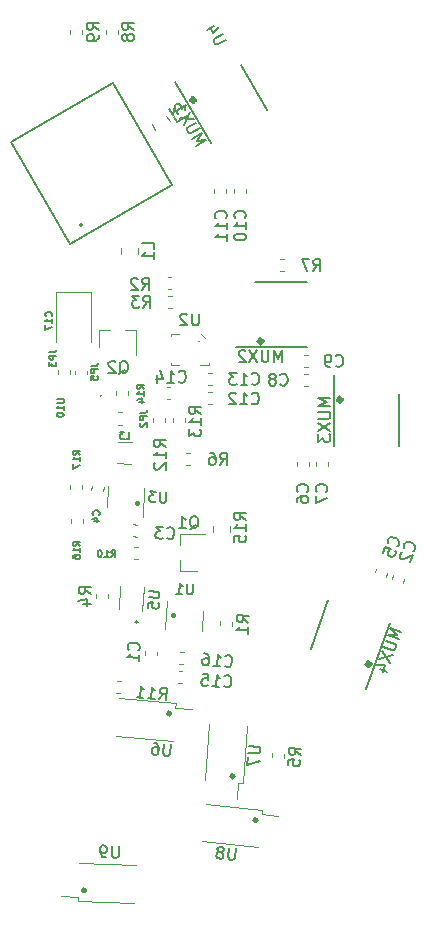
<source format=gbo>
G04 #@! TF.GenerationSoftware,KiCad,Pcbnew,(5.0.0)*
G04 #@! TF.CreationDate,2020-01-29T13:42:56+01:00*
G04 #@! TF.ProjectId,Insole_PCB,496E736F6C655F5043422E6B69636164,rev?*
G04 #@! TF.SameCoordinates,Original*
G04 #@! TF.FileFunction,Legend,Bot*
G04 #@! TF.FilePolarity,Positive*
%FSLAX46Y46*%
G04 Gerber Fmt 4.6, Leading zero omitted, Abs format (unit mm)*
G04 Created by KiCad (PCBNEW (5.0.0)) date 01/29/20 13:42:56*
%MOMM*%
%LPD*%
G01*
G04 APERTURE LIST*
%ADD10C,0.200000*%
%ADD11C,0.100000*%
%ADD12C,0.120000*%
%ADD13C,0.400000*%
%ADD14C,0.150000*%
%ADD15C,0.300000*%
G04 APERTURE END LIST*
D10*
G04 #@! TO.C,U2*
X196549453Y-166460707D02*
G75*
G03X196549453Y-166460707I0J0D01*
G01*
D11*
X194149453Y-165860707D02*
X194149453Y-166080707D01*
X194869453Y-165860707D02*
X194149453Y-165860707D01*
X194149453Y-168560707D02*
X194869453Y-168560707D01*
X194149453Y-168340707D02*
X194149453Y-168560707D01*
X197349453Y-168560707D02*
X197349453Y-168340707D01*
X197349453Y-168560707D02*
X196629453Y-168560707D01*
X197049453Y-166260707D02*
X196699453Y-165910707D01*
D12*
G04 #@! TO.C,C1*
X192969566Y-192783900D02*
X192946856Y-193108665D01*
X191952050Y-192712749D02*
X191929340Y-193037514D01*
G04 #@! TO.C,C2*
X213934370Y-186682175D02*
X213823023Y-186988099D01*
X212975883Y-186333315D02*
X212864536Y-186639239D01*
G04 #@! TO.C,C3*
X190983588Y-182012887D02*
X191308700Y-182029925D01*
X190930206Y-183031489D02*
X191255318Y-183048527D01*
G04 #@! TO.C,C4*
X188457566Y-178871900D02*
X188434856Y-179196665D01*
X187440050Y-178800749D02*
X187417340Y-179125514D01*
G04 #@! TO.C,C5*
X212484370Y-186132175D02*
X212373023Y-186438099D01*
X211525883Y-185783315D02*
X211414536Y-186089239D01*
G04 #@! TO.C,C6*
X204839453Y-177060986D02*
X204839453Y-176735428D01*
X205859453Y-177060986D02*
X205859453Y-176735428D01*
G04 #@! TO.C,C7*
X206439453Y-177073486D02*
X206439453Y-176747928D01*
X207459453Y-177073486D02*
X207459453Y-176747928D01*
G04 #@! TO.C,C8*
X205399174Y-169300707D02*
X205724732Y-169300707D01*
X205399174Y-170320707D02*
X205724732Y-170320707D01*
G04 #@! TO.C,C9*
X205399174Y-167700707D02*
X205724732Y-167700707D01*
X205399174Y-168720707D02*
X205724732Y-168720707D01*
G04 #@! TO.C,C10*
X199464453Y-153935986D02*
X199464453Y-153610428D01*
X200484453Y-153935986D02*
X200484453Y-153610428D01*
G04 #@! TO.C,C11*
X197839453Y-153948486D02*
X197839453Y-153622928D01*
X198859453Y-153948486D02*
X198859453Y-153622928D01*
G04 #@! TO.C,C12*
X197599732Y-171820707D02*
X197274174Y-171820707D01*
X197599732Y-170800707D02*
X197274174Y-170800707D01*
G04 #@! TO.C,C13*
X197599732Y-170220707D02*
X197274174Y-170220707D01*
X197599732Y-169200707D02*
X197274174Y-169200707D01*
G04 #@! TO.C,C14*
X193786674Y-170400707D02*
X194112232Y-170400707D01*
X193786674Y-171420707D02*
X194112232Y-171420707D01*
G04 #@! TO.C,L1*
X189909453Y-159116959D02*
X189909453Y-158594455D01*
X191329453Y-159116959D02*
X191329453Y-158594455D01*
G04 #@! TO.C,L2*
X192815201Y-148601958D02*
X192553949Y-148149456D01*
X194044957Y-147891958D02*
X193783705Y-147439456D01*
D13*
G04 #@! TO.C,MUX1*
X196165709Y-146088464D02*
G75*
G03X196165709Y-146088464I-158114J0D01*
G01*
D14*
X194537082Y-144541461D02*
X197524582Y-149715963D01*
X200109372Y-143142951D02*
X202309372Y-146953463D01*
D13*
G04 #@! TO.C,MUX2*
X201907567Y-166510707D02*
G75*
G03X201907567Y-166510707I-158114J0D01*
G01*
D14*
X199674453Y-167010707D02*
X205649453Y-167010707D01*
X201249453Y-161485707D02*
X205649453Y-161485707D01*
D13*
G04 #@! TO.C,MUX3*
X208607567Y-171460707D02*
G75*
G03X208607567Y-171460707I-158114J0D01*
G01*
D14*
X207949453Y-169385707D02*
X207949453Y-175360707D01*
X213474453Y-170960707D02*
X213474453Y-175360707D01*
D13*
G04 #@! TO.C,MUX4*
X211037426Y-193844831D02*
G75*
G03X211037426Y-193844831I-158114J0D01*
G01*
D14*
X210639466Y-195965703D02*
X212683037Y-190351040D01*
X205986346Y-192596026D02*
X207491235Y-188461378D01*
D12*
G04 #@! TO.C,Q2*
X188069453Y-165550707D02*
X188069453Y-167010707D01*
X191229453Y-165550707D02*
X191229453Y-167710707D01*
X191229453Y-165550707D02*
X190299453Y-165550707D01*
X188069453Y-165550707D02*
X188999453Y-165550707D01*
G04 #@! TO.C,R1*
X198312848Y-190530151D02*
X198329886Y-190205039D01*
X199331450Y-190583533D02*
X199348488Y-190258421D01*
G04 #@! TO.C,R2*
X193874174Y-161100707D02*
X194199732Y-161100707D01*
X193874174Y-162120707D02*
X194199732Y-162120707D01*
G04 #@! TO.C,R3*
X193886674Y-162700707D02*
X194212232Y-162700707D01*
X193886674Y-163720707D02*
X194212232Y-163720707D01*
G04 #@! TO.C,R4*
X188849453Y-187917928D02*
X188849453Y-188243486D01*
X187829453Y-187917928D02*
X187829453Y-188243486D01*
G04 #@! TO.C,R5*
X202729340Y-201737514D02*
X202752050Y-201412749D01*
X203746856Y-201808665D02*
X203769566Y-201483900D01*
G04 #@! TO.C,R6*
X195474174Y-176000707D02*
X195799732Y-176000707D01*
X195474174Y-177020707D02*
X195799732Y-177020707D01*
G04 #@! TO.C,R7*
X203386674Y-159550707D02*
X203712232Y-159550707D01*
X203386674Y-160570707D02*
X203712232Y-160570707D01*
G04 #@! TO.C,R8*
X188639453Y-140460986D02*
X188639453Y-140135428D01*
X189659453Y-140460986D02*
X189659453Y-140135428D01*
G04 #@! TO.C,R9*
X185639453Y-140473486D02*
X185639453Y-140147928D01*
X186659453Y-140473486D02*
X186659453Y-140147928D01*
G04 #@! TO.C,R10*
X191021174Y-183942707D02*
X191346732Y-183942707D01*
X191021174Y-184962707D02*
X191346732Y-184962707D01*
G04 #@! TO.C,R11*
X189851666Y-196332953D02*
X189527347Y-196304579D01*
X189940565Y-195316835D02*
X189616246Y-195288461D01*
G04 #@! TO.C,R12*
X192639453Y-173360986D02*
X192639453Y-173035428D01*
X193659453Y-173360986D02*
X193659453Y-173035428D01*
G04 #@! TO.C,R13*
X195359453Y-173047928D02*
X195359453Y-173373486D01*
X194339453Y-173047928D02*
X194339453Y-173373486D01*
G04 #@! TO.C,R14*
X189539453Y-171085986D02*
X189539453Y-170760428D01*
X190559453Y-171085986D02*
X190559453Y-170760428D01*
D13*
G04 #@! TO.C,U1*
X194321689Y-189661536D02*
G75*
G03X194321689Y-189661536I0J0D01*
G01*
D12*
X193695467Y-190910474D02*
X193822643Y-188483804D01*
X196853371Y-189313557D02*
X196761259Y-191071145D01*
D13*
G04 #@! TO.C,U3*
X191257217Y-180189878D02*
G75*
G03X191257217Y-180189878I0J0D01*
G01*
D12*
X191883439Y-178940940D02*
X191756263Y-181367610D01*
X188725535Y-180537857D02*
X188817647Y-178780269D01*
D15*
G04 #@! TO.C,U4*
X186575929Y-156638014D02*
G75*
G03X186575929Y-156638014I0J0D01*
G01*
D14*
X194282241Y-153285738D02*
X185621987Y-158285738D01*
X189282241Y-144625484D02*
X194282241Y-153285738D01*
X180621987Y-149625484D02*
X189282241Y-144625484D01*
X185621987Y-158285738D02*
X180621987Y-149625484D01*
D10*
G04 #@! TO.C,U5*
X191358234Y-190304665D02*
G75*
G02X191158722Y-190290713I-99756J6976D01*
G01*
X191158721Y-190290713D02*
G75*
G02X191358235Y-190304665I99757J-6976D01*
G01*
X191158722Y-190290713D02*
X191158722Y-190290713D01*
X191358235Y-190304665D02*
X191358235Y-190304665D01*
D11*
X189871645Y-187193386D02*
X189732132Y-189188515D01*
X191866774Y-187332899D02*
X191727261Y-189328028D01*
D13*
G04 #@! TO.C,U6*
X194069584Y-198028776D02*
G75*
G03X194069584Y-198028776I-70710J0D01*
G01*
D12*
X194300000Y-200323754D02*
X189518265Y-199905407D01*
X194578898Y-197135931D02*
X189797163Y-196717584D01*
X194544036Y-197534409D02*
X195938708Y-197656427D01*
X194578898Y-197135931D02*
X194544036Y-197534409D01*
D13*
G04 #@! TO.C,U7*
X199436042Y-203351420D02*
G75*
G03X199436042Y-203351420I-70710J0D01*
G01*
D12*
X197075959Y-203692553D02*
X197410790Y-198904245D01*
X200268164Y-203915774D02*
X200602995Y-199127466D01*
X199869139Y-203887871D02*
X199771480Y-205284461D01*
X200268164Y-203915774D02*
X199869139Y-203887871D01*
D13*
G04 #@! TO.C,U8*
X201377698Y-207062872D02*
G75*
G03X201377698Y-207062872I-70710J0D01*
G01*
D12*
X201568015Y-209362756D02*
X196794310Y-208861019D01*
X201902506Y-206180285D02*
X197128801Y-205678549D01*
X201860694Y-206578094D02*
X203253025Y-206724434D01*
X201902506Y-206180285D02*
X201860694Y-206578094D01*
D13*
G04 #@! TO.C,U9*
X186868637Y-213004002D02*
G75*
G03X186868637Y-213004002I-70711J0D01*
G01*
D12*
X186377103Y-210727929D02*
X191174179Y-210895447D01*
X186265425Y-213925980D02*
X191062501Y-214093497D01*
X186279385Y-213526223D02*
X184880237Y-213477364D01*
X186265425Y-213925980D02*
X186279385Y-213526223D01*
G04 #@! TO.C,C15*
X194808228Y-194395527D02*
X195132993Y-194418237D01*
X194737077Y-195413043D02*
X195061842Y-195435753D01*
G04 #@! TO.C,C16*
X194927647Y-192825593D02*
X195252412Y-192848303D01*
X194856496Y-193843109D02*
X195181261Y-193865819D01*
G04 #@! TO.C,C17*
X187409453Y-162340707D02*
X187409453Y-166550707D01*
X184389453Y-162340707D02*
X187409453Y-162340707D01*
X184389453Y-166550707D02*
X184389453Y-162340707D01*
G04 #@! TO.C,L3*
X190872318Y-175073464D02*
X189669840Y-175010445D01*
X190777066Y-176890969D02*
X189574588Y-176827950D01*
G04 #@! TO.C,Q1*
X194889453Y-185950707D02*
X194889453Y-185020707D01*
X194889453Y-182790707D02*
X194889453Y-183720707D01*
X194889453Y-182790707D02*
X197049453Y-182790707D01*
X194889453Y-185950707D02*
X196349453Y-185950707D01*
G04 #@! TO.C,R15*
X197729453Y-182174629D02*
X197729453Y-182691785D01*
X199149453Y-182174629D02*
X199149453Y-182691785D01*
G04 #@! TO.C,JP2*
X189982232Y-172540707D02*
X189656674Y-172540707D01*
X189982232Y-173560707D02*
X189656674Y-173560707D01*
G04 #@! TO.C,JP3*
X185589453Y-169303486D02*
X185589453Y-168977928D01*
X184569453Y-169303486D02*
X184569453Y-168977928D01*
G04 #@! TO.C,JP5*
X186059453Y-169323486D02*
X186059453Y-168997928D01*
X187079453Y-169323486D02*
X187079453Y-168997928D01*
G04 #@! TO.C,R16*
X185659453Y-181567928D02*
X185659453Y-181893486D01*
X186679453Y-181567928D02*
X186679453Y-181893486D01*
G04 #@! TO.C,R17*
X185649453Y-179033486D02*
X185649453Y-178707928D01*
X186669453Y-179033486D02*
X186669453Y-178707928D01*
D10*
G04 #@! TO.C,U10*
X188233453Y-171138707D02*
G75*
G03X188233453Y-171138707I-25000J0D01*
G01*
G04 #@! TO.C,U2*
D14*
X196511357Y-164163087D02*
X196511357Y-164972611D01*
X196463738Y-165067849D01*
X196416119Y-165115468D01*
X196320881Y-165163087D01*
X196130405Y-165163087D01*
X196035167Y-165115468D01*
X195987548Y-165067849D01*
X195939929Y-164972611D01*
X195939929Y-164163087D01*
X195511357Y-164258326D02*
X195463738Y-164210707D01*
X195368500Y-164163087D01*
X195130405Y-164163087D01*
X195035167Y-164210707D01*
X194987548Y-164258326D01*
X194939929Y-164353564D01*
X194939929Y-164448802D01*
X194987548Y-164591659D01*
X195558976Y-165163087D01*
X194939929Y-165163087D01*
G04 #@! TO.C,C1*
X191390834Y-192669607D02*
X191441659Y-192625426D01*
X191499128Y-192486238D01*
X191505771Y-192391232D01*
X191468233Y-192245401D01*
X191379871Y-192143752D01*
X191288186Y-192089605D01*
X191101496Y-192028815D01*
X190958987Y-192018850D01*
X190765653Y-192053066D01*
X190667325Y-192093926D01*
X190565675Y-192182288D01*
X190508207Y-192321476D01*
X190501563Y-192416482D01*
X190539101Y-192562313D01*
X190583283Y-192613137D01*
X191419406Y-193626311D02*
X191459267Y-193056275D01*
X191439336Y-193341293D02*
X190441772Y-193271537D01*
X190590925Y-193186496D01*
X190692574Y-193098133D01*
X190746721Y-193006449D01*
G04 #@! TO.C,C2*
X214642060Y-184276241D02*
X214703094Y-184247781D01*
X214796702Y-184129825D01*
X214829275Y-184040331D01*
X214833388Y-183889802D01*
X214776467Y-183767734D01*
X214703259Y-183690414D01*
X214540556Y-183580520D01*
X214406314Y-183531660D01*
X214211039Y-183511260D01*
X214105257Y-183523434D01*
X213983190Y-183580356D01*
X213889582Y-183698311D01*
X213857009Y-183787805D01*
X213852896Y-183938334D01*
X213881357Y-183999368D01*
X213751063Y-184357346D02*
X213690029Y-184385806D01*
X213612709Y-184459014D01*
X213531276Y-184682751D01*
X213543449Y-184788532D01*
X213571910Y-184849566D01*
X213645118Y-184926886D01*
X213734612Y-184959460D01*
X213885141Y-184963572D01*
X214617548Y-184622045D01*
X214405821Y-185203760D01*
G04 #@! TO.C,C3*
X193787199Y-183156083D02*
X193832261Y-183206129D01*
X193972430Y-183261159D01*
X194067538Y-183266143D01*
X194212691Y-183226066D01*
X194312783Y-183135943D01*
X194365321Y-183043327D01*
X194422844Y-182855605D01*
X194430320Y-182712943D01*
X194392735Y-182520236D01*
X194350166Y-182422636D01*
X194260043Y-182322544D01*
X194119874Y-182267514D01*
X194024766Y-182262529D01*
X193879613Y-182302607D01*
X193829567Y-182347668D01*
X193501674Y-182235115D02*
X192883475Y-182202717D01*
X193196414Y-182600592D01*
X193053753Y-182593116D01*
X192956153Y-182635685D01*
X192906107Y-182680747D01*
X192853569Y-182773362D01*
X192841108Y-183011131D01*
X192883677Y-183108731D01*
X192928739Y-183158777D01*
X193021354Y-183211315D01*
X193306677Y-183226268D01*
X193404277Y-183183699D01*
X193454323Y-183138637D01*
G04 #@! TO.C,C4*
X188050192Y-181225898D02*
X188080687Y-181199389D01*
X188115168Y-181115877D01*
X188119154Y-181058873D01*
X188096631Y-180971374D01*
X188043614Y-180910385D01*
X187988603Y-180877897D01*
X187876589Y-180841423D01*
X187791083Y-180835444D01*
X187675083Y-180855973D01*
X187616086Y-180880489D01*
X187555096Y-180933507D01*
X187520615Y-181017019D01*
X187516629Y-181074023D01*
X187539152Y-181161521D01*
X187565661Y-181192016D01*
X187672295Y-181715014D02*
X188071321Y-181742917D01*
X187454246Y-181556561D02*
X187891738Y-181443947D01*
X187865829Y-181814471D01*
G04 #@! TO.C,C5*
X213292060Y-183876241D02*
X213353094Y-183847781D01*
X213446702Y-183729825D01*
X213479275Y-183640331D01*
X213483388Y-183489802D01*
X213426467Y-183367734D01*
X213353259Y-183290414D01*
X213190556Y-183180520D01*
X213056314Y-183131660D01*
X212861039Y-183111260D01*
X212755257Y-183123434D01*
X212633190Y-183180356D01*
X212539582Y-183298311D01*
X212507009Y-183387805D01*
X212502896Y-183538334D01*
X212531357Y-183599368D01*
X212132415Y-184416992D02*
X212295282Y-183969520D01*
X212759042Y-184087639D01*
X212698008Y-184116100D01*
X212620687Y-184189308D01*
X212539254Y-184413044D01*
X212551428Y-184518825D01*
X212579888Y-184579859D01*
X212653096Y-184657180D01*
X212876832Y-184738613D01*
X212982614Y-184726439D01*
X213043648Y-184697979D01*
X213120968Y-184624771D01*
X213202401Y-184401034D01*
X213190228Y-184295253D01*
X213161767Y-184234219D01*
G04 #@! TO.C,C6*
X205706595Y-179244040D02*
X205754214Y-179196421D01*
X205801833Y-179053564D01*
X205801833Y-178958326D01*
X205754214Y-178815468D01*
X205658976Y-178720230D01*
X205563738Y-178672611D01*
X205373262Y-178624992D01*
X205230405Y-178624992D01*
X205039929Y-178672611D01*
X204944691Y-178720230D01*
X204849453Y-178815468D01*
X204801833Y-178958326D01*
X204801833Y-179053564D01*
X204849453Y-179196421D01*
X204897072Y-179244040D01*
X204801833Y-180101183D02*
X204801833Y-179910707D01*
X204849453Y-179815468D01*
X204897072Y-179767849D01*
X205039929Y-179672611D01*
X205230405Y-179624992D01*
X205611357Y-179624992D01*
X205706595Y-179672611D01*
X205754214Y-179720230D01*
X205801833Y-179815468D01*
X205801833Y-180005945D01*
X205754214Y-180101183D01*
X205706595Y-180148802D01*
X205611357Y-180196421D01*
X205373262Y-180196421D01*
X205278024Y-180148802D01*
X205230405Y-180101183D01*
X205182786Y-180005945D01*
X205182786Y-179815468D01*
X205230405Y-179720230D01*
X205278024Y-179672611D01*
X205373262Y-179624992D01*
G04 #@! TO.C,C7*
X207306595Y-179244040D02*
X207354214Y-179196421D01*
X207401833Y-179053564D01*
X207401833Y-178958326D01*
X207354214Y-178815468D01*
X207258976Y-178720230D01*
X207163738Y-178672611D01*
X206973262Y-178624992D01*
X206830405Y-178624992D01*
X206639929Y-178672611D01*
X206544691Y-178720230D01*
X206449453Y-178815468D01*
X206401833Y-178958326D01*
X206401833Y-179053564D01*
X206449453Y-179196421D01*
X206497072Y-179244040D01*
X206401833Y-179577373D02*
X206401833Y-180244040D01*
X207401833Y-179815468D01*
G04 #@! TO.C,C8*
X203416119Y-170167849D02*
X203463738Y-170215468D01*
X203606595Y-170263087D01*
X203701833Y-170263087D01*
X203844691Y-170215468D01*
X203939929Y-170120230D01*
X203987548Y-170024992D01*
X204035167Y-169834516D01*
X204035167Y-169691659D01*
X203987548Y-169501183D01*
X203939929Y-169405945D01*
X203844691Y-169310707D01*
X203701833Y-169263087D01*
X203606595Y-169263087D01*
X203463738Y-169310707D01*
X203416119Y-169358326D01*
X202844691Y-169691659D02*
X202939929Y-169644040D01*
X202987548Y-169596421D01*
X203035167Y-169501183D01*
X203035167Y-169453564D01*
X202987548Y-169358326D01*
X202939929Y-169310707D01*
X202844691Y-169263087D01*
X202654214Y-169263087D01*
X202558976Y-169310707D01*
X202511357Y-169358326D01*
X202463738Y-169453564D01*
X202463738Y-169501183D01*
X202511357Y-169596421D01*
X202558976Y-169644040D01*
X202654214Y-169691659D01*
X202844691Y-169691659D01*
X202939929Y-169739278D01*
X202987548Y-169786897D01*
X203035167Y-169882135D01*
X203035167Y-170072611D01*
X202987548Y-170167849D01*
X202939929Y-170215468D01*
X202844691Y-170263087D01*
X202654214Y-170263087D01*
X202558976Y-170215468D01*
X202511357Y-170167849D01*
X202463738Y-170072611D01*
X202463738Y-169882135D01*
X202511357Y-169786897D01*
X202558976Y-169739278D01*
X202654214Y-169691659D01*
G04 #@! TO.C,C9*
X208116119Y-168567849D02*
X208163738Y-168615468D01*
X208306595Y-168663087D01*
X208401833Y-168663087D01*
X208544691Y-168615468D01*
X208639929Y-168520230D01*
X208687548Y-168424992D01*
X208735167Y-168234516D01*
X208735167Y-168091659D01*
X208687548Y-167901183D01*
X208639929Y-167805945D01*
X208544691Y-167710707D01*
X208401833Y-167663087D01*
X208306595Y-167663087D01*
X208163738Y-167710707D01*
X208116119Y-167758326D01*
X207639929Y-168663087D02*
X207449453Y-168663087D01*
X207354214Y-168615468D01*
X207306595Y-168567849D01*
X207211357Y-168424992D01*
X207163738Y-168234516D01*
X207163738Y-167853564D01*
X207211357Y-167758326D01*
X207258976Y-167710707D01*
X207354214Y-167663087D01*
X207544691Y-167663087D01*
X207639929Y-167710707D01*
X207687548Y-167758326D01*
X207735167Y-167853564D01*
X207735167Y-168091659D01*
X207687548Y-168186897D01*
X207639929Y-168234516D01*
X207544691Y-168282135D01*
X207354214Y-168282135D01*
X207258976Y-168234516D01*
X207211357Y-168186897D01*
X207163738Y-168091659D01*
G04 #@! TO.C,C10*
X200406595Y-156067849D02*
X200454214Y-156020230D01*
X200501833Y-155877373D01*
X200501833Y-155782135D01*
X200454214Y-155639278D01*
X200358976Y-155544040D01*
X200263738Y-155496421D01*
X200073262Y-155448802D01*
X199930405Y-155448802D01*
X199739929Y-155496421D01*
X199644691Y-155544040D01*
X199549453Y-155639278D01*
X199501833Y-155782135D01*
X199501833Y-155877373D01*
X199549453Y-156020230D01*
X199597072Y-156067849D01*
X200501833Y-157020230D02*
X200501833Y-156448802D01*
X200501833Y-156734516D02*
X199501833Y-156734516D01*
X199644691Y-156639278D01*
X199739929Y-156544040D01*
X199787548Y-156448802D01*
X199501833Y-157639278D02*
X199501833Y-157734516D01*
X199549453Y-157829754D01*
X199597072Y-157877373D01*
X199692310Y-157924992D01*
X199882786Y-157972611D01*
X200120881Y-157972611D01*
X200311357Y-157924992D01*
X200406595Y-157877373D01*
X200454214Y-157829754D01*
X200501833Y-157734516D01*
X200501833Y-157639278D01*
X200454214Y-157544040D01*
X200406595Y-157496421D01*
X200311357Y-157448802D01*
X200120881Y-157401183D01*
X199882786Y-157401183D01*
X199692310Y-157448802D01*
X199597072Y-157496421D01*
X199549453Y-157544040D01*
X199501833Y-157639278D01*
G04 #@! TO.C,C11*
X198781595Y-156092849D02*
X198829214Y-156045230D01*
X198876833Y-155902373D01*
X198876833Y-155807135D01*
X198829214Y-155664278D01*
X198733976Y-155569040D01*
X198638738Y-155521421D01*
X198448262Y-155473802D01*
X198305405Y-155473802D01*
X198114929Y-155521421D01*
X198019691Y-155569040D01*
X197924453Y-155664278D01*
X197876833Y-155807135D01*
X197876833Y-155902373D01*
X197924453Y-156045230D01*
X197972072Y-156092849D01*
X198876833Y-157045230D02*
X198876833Y-156473802D01*
X198876833Y-156759516D02*
X197876833Y-156759516D01*
X198019691Y-156664278D01*
X198114929Y-156569040D01*
X198162548Y-156473802D01*
X198876833Y-157997611D02*
X198876833Y-157426183D01*
X198876833Y-157711897D02*
X197876833Y-157711897D01*
X198019691Y-157616659D01*
X198114929Y-157521421D01*
X198162548Y-157426183D01*
G04 #@! TO.C,C12*
X200992310Y-171767849D02*
X201039929Y-171815468D01*
X201182786Y-171863087D01*
X201278024Y-171863087D01*
X201420881Y-171815468D01*
X201516119Y-171720230D01*
X201563738Y-171624992D01*
X201611357Y-171434516D01*
X201611357Y-171291659D01*
X201563738Y-171101183D01*
X201516119Y-171005945D01*
X201420881Y-170910707D01*
X201278024Y-170863087D01*
X201182786Y-170863087D01*
X201039929Y-170910707D01*
X200992310Y-170958326D01*
X200039929Y-171863087D02*
X200611357Y-171863087D01*
X200325643Y-171863087D02*
X200325643Y-170863087D01*
X200420881Y-171005945D01*
X200516119Y-171101183D01*
X200611357Y-171148802D01*
X199658976Y-170958326D02*
X199611357Y-170910707D01*
X199516119Y-170863087D01*
X199278024Y-170863087D01*
X199182786Y-170910707D01*
X199135167Y-170958326D01*
X199087548Y-171053564D01*
X199087548Y-171148802D01*
X199135167Y-171291659D01*
X199706595Y-171863087D01*
X199087548Y-171863087D01*
G04 #@! TO.C,C13*
X201002310Y-170097849D02*
X201049929Y-170145468D01*
X201192786Y-170193087D01*
X201288024Y-170193087D01*
X201430881Y-170145468D01*
X201526119Y-170050230D01*
X201573738Y-169954992D01*
X201621357Y-169764516D01*
X201621357Y-169621659D01*
X201573738Y-169431183D01*
X201526119Y-169335945D01*
X201430881Y-169240707D01*
X201288024Y-169193087D01*
X201192786Y-169193087D01*
X201049929Y-169240707D01*
X201002310Y-169288326D01*
X200049929Y-170193087D02*
X200621357Y-170193087D01*
X200335643Y-170193087D02*
X200335643Y-169193087D01*
X200430881Y-169335945D01*
X200526119Y-169431183D01*
X200621357Y-169478802D01*
X199716595Y-169193087D02*
X199097548Y-169193087D01*
X199430881Y-169574040D01*
X199288024Y-169574040D01*
X199192786Y-169621659D01*
X199145167Y-169669278D01*
X199097548Y-169764516D01*
X199097548Y-170002611D01*
X199145167Y-170097849D01*
X199192786Y-170145468D01*
X199288024Y-170193087D01*
X199573738Y-170193087D01*
X199668976Y-170145468D01*
X199716595Y-170097849D01*
G04 #@! TO.C,C14*
X194812310Y-169917849D02*
X194859929Y-169965468D01*
X195002786Y-170013087D01*
X195098024Y-170013087D01*
X195240881Y-169965468D01*
X195336119Y-169870230D01*
X195383738Y-169774992D01*
X195431357Y-169584516D01*
X195431357Y-169441659D01*
X195383738Y-169251183D01*
X195336119Y-169155945D01*
X195240881Y-169060707D01*
X195098024Y-169013087D01*
X195002786Y-169013087D01*
X194859929Y-169060707D01*
X194812310Y-169108326D01*
X193859929Y-170013087D02*
X194431357Y-170013087D01*
X194145643Y-170013087D02*
X194145643Y-169013087D01*
X194240881Y-169155945D01*
X194336119Y-169251183D01*
X194431357Y-169298802D01*
X193002786Y-169346421D02*
X193002786Y-170013087D01*
X193240881Y-168965468D02*
X193478976Y-169679754D01*
X192859929Y-169679754D01*
G04 #@! TO.C,L1*
X192721833Y-158689040D02*
X192721833Y-158212849D01*
X191721833Y-158212849D01*
X192721833Y-159546183D02*
X192721833Y-158974754D01*
X192721833Y-159260468D02*
X191721833Y-159260468D01*
X191864691Y-159165230D01*
X191959929Y-159069992D01*
X192007548Y-158974754D01*
G04 #@! TO.C,L2*
X194419954Y-147566235D02*
X194658050Y-147978628D01*
X195524075Y-147478628D01*
X195060644Y-146866418D02*
X195078074Y-146801369D01*
X195071694Y-146695081D01*
X194952647Y-146488884D01*
X194863788Y-146430215D01*
X194798739Y-146412785D01*
X194692451Y-146419165D01*
X194609973Y-146466784D01*
X194510064Y-146579452D01*
X194300907Y-147360038D01*
X193991383Y-146823927D01*
G04 #@! TO.C,MUX1*
X196288051Y-149978991D02*
X197154076Y-149478991D01*
X196368820Y-149547458D01*
X196820743Y-148901640D01*
X195954718Y-149401640D01*
X196582648Y-148489247D02*
X195881580Y-148894009D01*
X195775292Y-148900389D01*
X195710243Y-148882959D01*
X195621384Y-148824290D01*
X195526146Y-148659333D01*
X195519767Y-148553045D01*
X195537196Y-148487996D01*
X195595865Y-148399137D01*
X196296934Y-147994376D01*
X196106457Y-147664461D02*
X194907099Y-147587111D01*
X195773124Y-147087111D02*
X195240432Y-148164461D01*
X194454718Y-146803564D02*
X194740432Y-147298436D01*
X194597575Y-147051000D02*
X195463600Y-146551000D01*
X195387501Y-146704907D01*
X195352642Y-146835005D01*
X195359022Y-146941293D01*
G04 #@! TO.C,MUX2*
X203558976Y-168263087D02*
X203558976Y-167263087D01*
X203225643Y-167977373D01*
X202892310Y-167263087D01*
X202892310Y-168263087D01*
X202416119Y-167263087D02*
X202416119Y-168072611D01*
X202368500Y-168167849D01*
X202320881Y-168215468D01*
X202225643Y-168263087D01*
X202035167Y-168263087D01*
X201939929Y-168215468D01*
X201892310Y-168167849D01*
X201844691Y-168072611D01*
X201844691Y-167263087D01*
X201463738Y-167263087D02*
X200797072Y-168263087D01*
X200797072Y-167263087D02*
X201463738Y-168263087D01*
X200463738Y-167358326D02*
X200416119Y-167310707D01*
X200320881Y-167263087D01*
X200082786Y-167263087D01*
X199987548Y-167310707D01*
X199939929Y-167358326D01*
X199892310Y-167453564D01*
X199892310Y-167548802D01*
X199939929Y-167691659D01*
X200511357Y-168263087D01*
X199892310Y-168263087D01*
G04 #@! TO.C,MUX3*
X207651833Y-171351183D02*
X206651833Y-171351183D01*
X207366119Y-171684516D01*
X206651833Y-172017849D01*
X207651833Y-172017849D01*
X206651833Y-172494040D02*
X207461357Y-172494040D01*
X207556595Y-172541659D01*
X207604214Y-172589278D01*
X207651833Y-172684516D01*
X207651833Y-172874992D01*
X207604214Y-172970230D01*
X207556595Y-173017849D01*
X207461357Y-173065468D01*
X206651833Y-173065468D01*
X206651833Y-173446421D02*
X207651833Y-174113087D01*
X206651833Y-174113087D02*
X207651833Y-173446421D01*
X206651833Y-174398802D02*
X206651833Y-175017849D01*
X207032786Y-174684516D01*
X207032786Y-174827373D01*
X207080405Y-174922611D01*
X207128024Y-174970230D01*
X207223262Y-175017849D01*
X207461357Y-175017849D01*
X207556595Y-174970230D01*
X207604214Y-174922611D01*
X207651833Y-174827373D01*
X207651833Y-174541659D01*
X207604214Y-174446421D01*
X207556595Y-174398802D01*
G04 #@! TO.C,MUX4*
X213679354Y-191129206D02*
X212739662Y-190787186D01*
X213296864Y-191344717D01*
X212511648Y-191413647D01*
X213451341Y-191755667D01*
X212348781Y-191861120D02*
X213109485Y-192137993D01*
X213182693Y-192215314D01*
X213211153Y-192276348D01*
X213223327Y-192382129D01*
X213158181Y-192561118D01*
X213080860Y-192634326D01*
X213019826Y-192662787D01*
X212914045Y-192674961D01*
X212153341Y-192398087D01*
X212023048Y-192756065D02*
X212734727Y-193724547D01*
X211795034Y-193382527D02*
X212962741Y-193098086D01*
X211831392Y-194257237D02*
X212457854Y-194485251D01*
X211554847Y-193903208D02*
X212307489Y-193923771D01*
X212095763Y-194505486D01*
G04 #@! TO.C,Q2*
X189774691Y-169288326D02*
X189869929Y-169240707D01*
X189965167Y-169145468D01*
X190108024Y-169002611D01*
X190203262Y-168954992D01*
X190298500Y-168954992D01*
X190250881Y-169193087D02*
X190346119Y-169145468D01*
X190441357Y-169050230D01*
X190488976Y-168859754D01*
X190488976Y-168526421D01*
X190441357Y-168335945D01*
X190346119Y-168240707D01*
X190250881Y-168193087D01*
X190060405Y-168193087D01*
X189965167Y-168240707D01*
X189869929Y-168335945D01*
X189822310Y-168526421D01*
X189822310Y-168859754D01*
X189869929Y-169050230D01*
X189965167Y-169145468D01*
X190060405Y-169193087D01*
X190250881Y-169193087D01*
X189441357Y-168288326D02*
X189393738Y-168240707D01*
X189298500Y-168193087D01*
X189060405Y-168193087D01*
X188965167Y-168240707D01*
X188917548Y-168288326D01*
X188869929Y-168383564D01*
X188869929Y-168478802D01*
X188917548Y-168621659D01*
X189488976Y-169193087D01*
X188869929Y-169193087D01*
G04 #@! TO.C,R1*
X200719191Y-190326363D02*
X200261099Y-189968565D01*
X200749097Y-189755718D02*
X199750468Y-189703382D01*
X199730530Y-190083812D01*
X199773100Y-190181412D01*
X199818161Y-190231458D01*
X199910777Y-190283996D01*
X200053438Y-190291472D01*
X200151038Y-190248903D01*
X200201084Y-190203841D01*
X200253622Y-190111226D01*
X200273560Y-189730796D01*
X200669347Y-191277439D02*
X200699254Y-190706793D01*
X200684301Y-190992116D02*
X199685671Y-190939780D01*
X199833317Y-190852149D01*
X199933409Y-190762026D01*
X199985947Y-190669411D01*
G04 #@! TO.C,R2*
X191716119Y-162163087D02*
X192049453Y-161686897D01*
X192287548Y-162163087D02*
X192287548Y-161163087D01*
X191906595Y-161163087D01*
X191811357Y-161210707D01*
X191763738Y-161258326D01*
X191716119Y-161353564D01*
X191716119Y-161496421D01*
X191763738Y-161591659D01*
X191811357Y-161639278D01*
X191906595Y-161686897D01*
X192287548Y-161686897D01*
X191335167Y-161258326D02*
X191287548Y-161210707D01*
X191192310Y-161163087D01*
X190954214Y-161163087D01*
X190858976Y-161210707D01*
X190811357Y-161258326D01*
X190763738Y-161353564D01*
X190763738Y-161448802D01*
X190811357Y-161591659D01*
X191382786Y-162163087D01*
X190763738Y-162163087D01*
G04 #@! TO.C,R3*
X191816119Y-163663087D02*
X192149453Y-163186897D01*
X192387548Y-163663087D02*
X192387548Y-162663087D01*
X192006595Y-162663087D01*
X191911357Y-162710707D01*
X191863738Y-162758326D01*
X191816119Y-162853564D01*
X191816119Y-162996421D01*
X191863738Y-163091659D01*
X191911357Y-163139278D01*
X192006595Y-163186897D01*
X192387548Y-163186897D01*
X191482786Y-162663087D02*
X190863738Y-162663087D01*
X191197072Y-163044040D01*
X191054214Y-163044040D01*
X190958976Y-163091659D01*
X190911357Y-163139278D01*
X190863738Y-163234516D01*
X190863738Y-163472611D01*
X190911357Y-163567849D01*
X190958976Y-163615468D01*
X191054214Y-163663087D01*
X191339929Y-163663087D01*
X191435167Y-163615468D01*
X191482786Y-163567849D01*
G04 #@! TO.C,R4*
X187361833Y-187914040D02*
X186885643Y-187580707D01*
X187361833Y-187342611D02*
X186361833Y-187342611D01*
X186361833Y-187723564D01*
X186409453Y-187818802D01*
X186457072Y-187866421D01*
X186552310Y-187914040D01*
X186695167Y-187914040D01*
X186790405Y-187866421D01*
X186838024Y-187818802D01*
X186885643Y-187723564D01*
X186885643Y-187342611D01*
X186695167Y-188771183D02*
X187361833Y-188771183D01*
X186314214Y-188533087D02*
X187028500Y-188294992D01*
X187028500Y-188914040D01*
G04 #@! TO.C,R5*
X205138875Y-201575754D02*
X204687096Y-201210016D01*
X205178735Y-201005718D02*
X204181171Y-200935961D01*
X204154597Y-201315986D01*
X204195457Y-201414313D01*
X204239638Y-201465138D01*
X204331323Y-201519285D01*
X204473832Y-201529250D01*
X204572160Y-201488390D01*
X204622984Y-201444209D01*
X204677131Y-201352525D01*
X204703705Y-200972500D01*
X204078198Y-202408556D02*
X204111415Y-201933525D01*
X204589767Y-201919240D01*
X204538942Y-201963421D01*
X204484796Y-202055105D01*
X204468187Y-202292621D01*
X204509047Y-202390948D01*
X204553228Y-202441773D01*
X204644912Y-202495920D01*
X204882428Y-202512528D01*
X204980755Y-202471669D01*
X205031580Y-202427487D01*
X205085727Y-202335803D01*
X205102335Y-202098288D01*
X205061476Y-201999960D01*
X205017295Y-201949135D01*
G04 #@! TO.C,R6*
X198316119Y-176963087D02*
X198649453Y-176486897D01*
X198887548Y-176963087D02*
X198887548Y-175963087D01*
X198506595Y-175963087D01*
X198411357Y-176010707D01*
X198363738Y-176058326D01*
X198316119Y-176153564D01*
X198316119Y-176296421D01*
X198363738Y-176391659D01*
X198411357Y-176439278D01*
X198506595Y-176486897D01*
X198887548Y-176486897D01*
X197458976Y-175963087D02*
X197649453Y-175963087D01*
X197744691Y-176010707D01*
X197792310Y-176058326D01*
X197887548Y-176201183D01*
X197935167Y-176391659D01*
X197935167Y-176772611D01*
X197887548Y-176867849D01*
X197839929Y-176915468D01*
X197744691Y-176963087D01*
X197554214Y-176963087D01*
X197458976Y-176915468D01*
X197411357Y-176867849D01*
X197363738Y-176772611D01*
X197363738Y-176534516D01*
X197411357Y-176439278D01*
X197458976Y-176391659D01*
X197554214Y-176344040D01*
X197744691Y-176344040D01*
X197839929Y-176391659D01*
X197887548Y-176439278D01*
X197935167Y-176534516D01*
G04 #@! TO.C,R7*
X206216119Y-160563087D02*
X206549453Y-160086897D01*
X206787548Y-160563087D02*
X206787548Y-159563087D01*
X206406595Y-159563087D01*
X206311357Y-159610707D01*
X206263738Y-159658326D01*
X206216119Y-159753564D01*
X206216119Y-159896421D01*
X206263738Y-159991659D01*
X206311357Y-160039278D01*
X206406595Y-160086897D01*
X206787548Y-160086897D01*
X205882786Y-159563087D02*
X205216119Y-159563087D01*
X205644691Y-160563087D01*
G04 #@! TO.C,R8*
X191031833Y-140131540D02*
X190555643Y-139798207D01*
X191031833Y-139560111D02*
X190031833Y-139560111D01*
X190031833Y-139941064D01*
X190079453Y-140036302D01*
X190127072Y-140083921D01*
X190222310Y-140131540D01*
X190365167Y-140131540D01*
X190460405Y-140083921D01*
X190508024Y-140036302D01*
X190555643Y-139941064D01*
X190555643Y-139560111D01*
X190460405Y-140702968D02*
X190412786Y-140607730D01*
X190365167Y-140560111D01*
X190269929Y-140512492D01*
X190222310Y-140512492D01*
X190127072Y-140560111D01*
X190079453Y-140607730D01*
X190031833Y-140702968D01*
X190031833Y-140893445D01*
X190079453Y-140988683D01*
X190127072Y-141036302D01*
X190222310Y-141083921D01*
X190269929Y-141083921D01*
X190365167Y-141036302D01*
X190412786Y-140988683D01*
X190460405Y-140893445D01*
X190460405Y-140702968D01*
X190508024Y-140607730D01*
X190555643Y-140560111D01*
X190650881Y-140512492D01*
X190841357Y-140512492D01*
X190936595Y-140560111D01*
X190984214Y-140607730D01*
X191031833Y-140702968D01*
X191031833Y-140893445D01*
X190984214Y-140988683D01*
X190936595Y-141036302D01*
X190841357Y-141083921D01*
X190650881Y-141083921D01*
X190555643Y-141036302D01*
X190508024Y-140988683D01*
X190460405Y-140893445D01*
G04 #@! TO.C,R9*
X188031833Y-140144040D02*
X187555643Y-139810707D01*
X188031833Y-139572611D02*
X187031833Y-139572611D01*
X187031833Y-139953564D01*
X187079453Y-140048802D01*
X187127072Y-140096421D01*
X187222310Y-140144040D01*
X187365167Y-140144040D01*
X187460405Y-140096421D01*
X187508024Y-140048802D01*
X187555643Y-139953564D01*
X187555643Y-139572611D01*
X188031833Y-140620230D02*
X188031833Y-140810707D01*
X187984214Y-140905945D01*
X187936595Y-140953564D01*
X187793738Y-141048802D01*
X187603262Y-141096421D01*
X187222310Y-141096421D01*
X187127072Y-141048802D01*
X187079453Y-141001183D01*
X187031833Y-140905945D01*
X187031833Y-140715468D01*
X187079453Y-140620230D01*
X187127072Y-140572611D01*
X187222310Y-140524992D01*
X187460405Y-140524992D01*
X187555643Y-140572611D01*
X187603262Y-140620230D01*
X187650881Y-140715468D01*
X187650881Y-140905945D01*
X187603262Y-141001183D01*
X187555643Y-141048802D01*
X187460405Y-141096421D01*
G04 #@! TO.C,R10*
X189105167Y-184782135D02*
X189305167Y-184496421D01*
X189448024Y-184782135D02*
X189448024Y-184182135D01*
X189219453Y-184182135D01*
X189162310Y-184210707D01*
X189133738Y-184239278D01*
X189105167Y-184296421D01*
X189105167Y-184382135D01*
X189133738Y-184439278D01*
X189162310Y-184467849D01*
X189219453Y-184496421D01*
X189448024Y-184496421D01*
X188533738Y-184782135D02*
X188876595Y-184782135D01*
X188705167Y-184782135D02*
X188705167Y-184182135D01*
X188762310Y-184267849D01*
X188819453Y-184324992D01*
X188876595Y-184353564D01*
X188162310Y-184182135D02*
X188105167Y-184182135D01*
X188048024Y-184210707D01*
X188019453Y-184239278D01*
X187990881Y-184296421D01*
X187962310Y-184410707D01*
X187962310Y-184553564D01*
X187990881Y-184667849D01*
X188019453Y-184724992D01*
X188048024Y-184753564D01*
X188105167Y-184782135D01*
X188162310Y-184782135D01*
X188219453Y-184753564D01*
X188248024Y-184724992D01*
X188276595Y-184667849D01*
X188305167Y-184553564D01*
X188305167Y-184410707D01*
X188276595Y-184296421D01*
X188248024Y-184239278D01*
X188219453Y-184210707D01*
X188162310Y-184182135D01*
G04 #@! TO.C,R11*
X193150436Y-196817395D02*
X193524003Y-196372068D01*
X193719690Y-196867198D02*
X193806846Y-195871003D01*
X193427343Y-195837801D01*
X193328317Y-195876938D01*
X193276729Y-195920226D01*
X193220990Y-196010951D01*
X193208540Y-196153265D01*
X193247677Y-196252291D01*
X193290964Y-196303879D01*
X193381690Y-196359617D01*
X193761193Y-196392820D01*
X192201679Y-196734389D02*
X192770933Y-196784193D01*
X192486306Y-196759291D02*
X192573462Y-195763096D01*
X192655887Y-195913710D01*
X192742462Y-196016886D01*
X192833187Y-196072625D01*
X191252922Y-196651384D02*
X191822176Y-196701187D01*
X191537549Y-196676285D02*
X191624705Y-195680091D01*
X191707130Y-195830705D01*
X191793705Y-195933881D01*
X191884430Y-195989619D01*
G04 #@! TO.C,R12*
X193701833Y-175467849D02*
X193225643Y-175134516D01*
X193701833Y-174896421D02*
X192701833Y-174896421D01*
X192701833Y-175277373D01*
X192749453Y-175372611D01*
X192797072Y-175420230D01*
X192892310Y-175467849D01*
X193035167Y-175467849D01*
X193130405Y-175420230D01*
X193178024Y-175372611D01*
X193225643Y-175277373D01*
X193225643Y-174896421D01*
X193701833Y-176420230D02*
X193701833Y-175848802D01*
X193701833Y-176134516D02*
X192701833Y-176134516D01*
X192844691Y-176039278D01*
X192939929Y-175944040D01*
X192987548Y-175848802D01*
X192797072Y-176801183D02*
X192749453Y-176848802D01*
X192701833Y-176944040D01*
X192701833Y-177182135D01*
X192749453Y-177277373D01*
X192797072Y-177324992D01*
X192892310Y-177372611D01*
X192987548Y-177372611D01*
X193130405Y-177324992D01*
X193701833Y-176753564D01*
X193701833Y-177372611D01*
G04 #@! TO.C,R13*
X196701833Y-172667849D02*
X196225643Y-172334516D01*
X196701833Y-172096421D02*
X195701833Y-172096421D01*
X195701833Y-172477373D01*
X195749453Y-172572611D01*
X195797072Y-172620230D01*
X195892310Y-172667849D01*
X196035167Y-172667849D01*
X196130405Y-172620230D01*
X196178024Y-172572611D01*
X196225643Y-172477373D01*
X196225643Y-172096421D01*
X196701833Y-173620230D02*
X196701833Y-173048802D01*
X196701833Y-173334516D02*
X195701833Y-173334516D01*
X195844691Y-173239278D01*
X195939929Y-173144040D01*
X195987548Y-173048802D01*
X195701833Y-173953564D02*
X195701833Y-174572611D01*
X196082786Y-174239278D01*
X196082786Y-174382135D01*
X196130405Y-174477373D01*
X196178024Y-174524992D01*
X196273262Y-174572611D01*
X196511357Y-174572611D01*
X196606595Y-174524992D01*
X196654214Y-174477373D01*
X196701833Y-174382135D01*
X196701833Y-174096421D01*
X196654214Y-174001183D01*
X196606595Y-173953564D01*
G04 #@! TO.C,R14*
X191880881Y-170537492D02*
X191595167Y-170337492D01*
X191880881Y-170194635D02*
X191280881Y-170194635D01*
X191280881Y-170423207D01*
X191309453Y-170480349D01*
X191338024Y-170508921D01*
X191395167Y-170537492D01*
X191480881Y-170537492D01*
X191538024Y-170508921D01*
X191566595Y-170480349D01*
X191595167Y-170423207D01*
X191595167Y-170194635D01*
X191880881Y-171108921D02*
X191880881Y-170766064D01*
X191880881Y-170937492D02*
X191280881Y-170937492D01*
X191366595Y-170880349D01*
X191423738Y-170823207D01*
X191452310Y-170766064D01*
X191480881Y-171623207D02*
X191880881Y-171623207D01*
X191252310Y-171480349D02*
X191680881Y-171337492D01*
X191680881Y-171708921D01*
G04 #@! TO.C,U1*
X196060021Y-187054412D02*
X196021891Y-187781985D01*
X195974606Y-187865339D01*
X195929565Y-187905895D01*
X195841725Y-187944207D01*
X195670532Y-187935235D01*
X195587178Y-187887951D01*
X195546622Y-187842909D01*
X195508310Y-187755070D01*
X195546440Y-187027497D01*
X194600571Y-187879161D02*
X195114152Y-187906077D01*
X194857362Y-187892619D02*
X194904464Y-186993852D01*
X194983332Y-187126733D01*
X195064443Y-187216816D01*
X195147797Y-187264100D01*
G04 #@! TO.C,U3*
X193760021Y-179284412D02*
X193721891Y-180011985D01*
X193674606Y-180095339D01*
X193629565Y-180135895D01*
X193541725Y-180174207D01*
X193370532Y-180165235D01*
X193287178Y-180117951D01*
X193246622Y-180072909D01*
X193208310Y-179985070D01*
X193246440Y-179257497D01*
X192904053Y-179239553D02*
X192347674Y-179210394D01*
X192629319Y-179568482D01*
X192500924Y-179561753D01*
X192413084Y-179600066D01*
X192368042Y-179640621D01*
X192320758Y-179723975D01*
X192309543Y-179937967D01*
X192347856Y-180025807D01*
X192388411Y-180070848D01*
X192471765Y-180118133D01*
X192728555Y-180131591D01*
X192816395Y-180093278D01*
X192861437Y-180052723D01*
G04 #@! TO.C,U4*
X198832987Y-140972624D02*
X198131919Y-141377386D01*
X198025631Y-141383766D01*
X197960582Y-141366336D01*
X197871723Y-141307667D01*
X197776485Y-141142709D01*
X197770106Y-141036421D01*
X197787535Y-140971372D01*
X197846204Y-140882514D01*
X198547273Y-140477752D01*
X197806217Y-139860872D02*
X197228866Y-140194205D01*
X198255179Y-139876592D02*
X197755637Y-140439932D01*
X197446113Y-139903821D01*
G04 #@! TO.C,U5*
X192305629Y-187692279D02*
X193032426Y-187743101D01*
X193114942Y-187791833D01*
X193154705Y-187837575D01*
X193191478Y-187926070D01*
X193179520Y-188097081D01*
X193130788Y-188179597D01*
X193085046Y-188219360D01*
X192996551Y-188256134D01*
X192269754Y-188205312D01*
X192209963Y-189060366D02*
X192239859Y-188632839D01*
X192670376Y-188619982D01*
X192624633Y-188659745D01*
X192575901Y-188742261D01*
X192560954Y-188956025D01*
X192597727Y-189044520D01*
X192637490Y-189090262D01*
X192720006Y-189138994D01*
X192933770Y-189153942D01*
X193022265Y-189117168D01*
X193068007Y-189077405D01*
X193116739Y-188994889D01*
X193131687Y-188781125D01*
X193094913Y-188692630D01*
X193055150Y-188646888D01*
G04 #@! TO.C,U6*
X194156186Y-200631576D02*
X194085631Y-201438019D01*
X194029893Y-201528744D01*
X193978305Y-201572032D01*
X193879279Y-201611169D01*
X193689528Y-201594568D01*
X193598802Y-201538830D01*
X193555515Y-201487242D01*
X193516377Y-201388216D01*
X193586932Y-200581772D01*
X192685613Y-200502917D02*
X192875364Y-200519518D01*
X192966090Y-200575257D01*
X193009377Y-200626845D01*
X193091802Y-200777459D01*
X193122639Y-200971361D01*
X193089437Y-201350863D01*
X193033698Y-201441589D01*
X192982110Y-201484876D01*
X192883084Y-201524014D01*
X192693333Y-201507412D01*
X192602608Y-201451674D01*
X192559320Y-201400086D01*
X192520183Y-201301060D01*
X192540934Y-201063871D01*
X192596672Y-200973145D01*
X192648261Y-200929858D01*
X192747287Y-200890720D01*
X192937038Y-200907322D01*
X193027763Y-200963060D01*
X193071051Y-201014648D01*
X193110188Y-201113674D01*
G04 #@! TO.C,U7*
X200750469Y-200779874D02*
X201558021Y-200836343D01*
X201649705Y-200890490D01*
X201693887Y-200941315D01*
X201734746Y-201039642D01*
X201721459Y-201229655D01*
X201667313Y-201321339D01*
X201616488Y-201365520D01*
X201518160Y-201406380D01*
X200710608Y-201349910D01*
X200684034Y-201729935D02*
X200637530Y-202394977D01*
X201664990Y-202037206D01*
G04 #@! TO.C,U8*
X199664425Y-209445728D02*
X199579807Y-210250817D01*
X199522494Y-210340556D01*
X199470158Y-210382937D01*
X199370464Y-210420340D01*
X199181031Y-210400430D01*
X199091292Y-210343116D01*
X199048912Y-210290781D01*
X199011509Y-210191087D01*
X199096127Y-209385998D01*
X198435673Y-209747513D02*
X198535367Y-209710110D01*
X198587702Y-209667729D01*
X198645016Y-209577991D01*
X198649993Y-209530632D01*
X198612590Y-209430938D01*
X198570209Y-209378603D01*
X198480471Y-209321289D01*
X198291038Y-209301379D01*
X198191344Y-209338782D01*
X198139008Y-209381163D01*
X198081695Y-209470902D01*
X198076717Y-209518260D01*
X198114120Y-209617954D01*
X198156501Y-209670290D01*
X198246240Y-209727603D01*
X198435673Y-209747513D01*
X198525412Y-209804826D01*
X198567792Y-209857162D01*
X198605195Y-209956856D01*
X198585285Y-210146289D01*
X198527972Y-210236028D01*
X198475636Y-210278408D01*
X198375942Y-210315811D01*
X198186509Y-210295901D01*
X198096771Y-210238588D01*
X198054390Y-210186252D01*
X198016987Y-210086558D01*
X198036897Y-209897125D01*
X198094210Y-209807387D01*
X198146546Y-209765006D01*
X198246240Y-209727603D01*
G04 #@! TO.C,U9*
X189750005Y-209250011D02*
X189721753Y-210059042D01*
X189670839Y-210152560D01*
X189621587Y-210198488D01*
X189524745Y-210242754D01*
X189334385Y-210236107D01*
X189240867Y-210185193D01*
X189194939Y-210135941D01*
X189150672Y-210039099D01*
X189178924Y-209230069D01*
X188620534Y-210211179D02*
X188430174Y-210204531D01*
X188336656Y-210153617D01*
X188290728Y-210104365D01*
X188200533Y-209958272D01*
X188159591Y-209766250D01*
X188172886Y-209385529D01*
X188223800Y-209292011D01*
X188273052Y-209246083D01*
X188369894Y-209201817D01*
X188560254Y-209208464D01*
X188653772Y-209259378D01*
X188699700Y-209308630D01*
X188743966Y-209405472D01*
X188735657Y-209643422D01*
X188684743Y-209736940D01*
X188635491Y-209782868D01*
X188538649Y-209827135D01*
X188348289Y-209820487D01*
X188254771Y-209769573D01*
X188208843Y-209720321D01*
X188164577Y-209623479D01*
G04 #@! TO.C,C15*
X198628060Y-195687276D02*
X198672241Y-195738101D01*
X198811428Y-195795569D01*
X198906434Y-195802212D01*
X199052265Y-195764675D01*
X199153915Y-195676312D01*
X199208061Y-195584628D01*
X199268851Y-195397937D01*
X199278817Y-195255428D01*
X199244601Y-195062094D01*
X199203741Y-194963766D01*
X199115378Y-194862117D01*
X198976191Y-194804648D01*
X198881185Y-194798005D01*
X198735354Y-194835543D01*
X198684529Y-194879724D01*
X197671355Y-195715847D02*
X198241392Y-195755708D01*
X197956373Y-195735778D02*
X198026130Y-194738214D01*
X198111171Y-194887366D01*
X198199533Y-194989016D01*
X198291218Y-195043162D01*
X196838554Y-194655170D02*
X197313584Y-194688388D01*
X197327870Y-195166740D01*
X197283689Y-195115915D01*
X197192004Y-195061768D01*
X196954489Y-195045160D01*
X196856161Y-195086019D01*
X196805336Y-195130201D01*
X196751190Y-195221885D01*
X196734581Y-195459400D01*
X196775441Y-195557728D01*
X196819622Y-195608553D01*
X196911306Y-195662699D01*
X197148822Y-195679308D01*
X197247149Y-195638449D01*
X197297974Y-195594267D01*
G04 #@! TO.C,C16*
X198707367Y-193974195D02*
X198751548Y-194025020D01*
X198890735Y-194082488D01*
X198985741Y-194089131D01*
X199131572Y-194051594D01*
X199233222Y-193963231D01*
X199287368Y-193871547D01*
X199348158Y-193684856D01*
X199358124Y-193542347D01*
X199323908Y-193349013D01*
X199283048Y-193250685D01*
X199194685Y-193149036D01*
X199055498Y-193091567D01*
X198960492Y-193084924D01*
X198814661Y-193122462D01*
X198763836Y-193166643D01*
X197750662Y-194002766D02*
X198320699Y-194042627D01*
X198035680Y-194022697D02*
X198105437Y-193025133D01*
X198190478Y-193174285D01*
X198278840Y-193275935D01*
X198370525Y-193330081D01*
X196965364Y-192945411D02*
X197155376Y-192958698D01*
X197247060Y-193012844D01*
X197291242Y-193063669D01*
X197376283Y-193212822D01*
X197410499Y-193406156D01*
X197383925Y-193786180D01*
X197329778Y-193877864D01*
X197278953Y-193922046D01*
X197180626Y-193962905D01*
X196990613Y-193949618D01*
X196898929Y-193895472D01*
X196854748Y-193844647D01*
X196813888Y-193746319D01*
X196830497Y-193508804D01*
X196884643Y-193417120D01*
X196935468Y-193372938D01*
X197033796Y-193332079D01*
X197223808Y-193345366D01*
X197315493Y-193399512D01*
X197359674Y-193450337D01*
X197400533Y-193548665D01*
G04 #@! TO.C,C17*
X184063738Y-164404992D02*
X184092310Y-164376421D01*
X184120881Y-164290707D01*
X184120881Y-164233564D01*
X184092310Y-164147849D01*
X184035167Y-164090707D01*
X183978024Y-164062135D01*
X183863738Y-164033564D01*
X183778024Y-164033564D01*
X183663738Y-164062135D01*
X183606595Y-164090707D01*
X183549453Y-164147849D01*
X183520881Y-164233564D01*
X183520881Y-164290707D01*
X183549453Y-164376421D01*
X183578024Y-164404992D01*
X184120881Y-164976421D02*
X184120881Y-164633564D01*
X184120881Y-164804992D02*
X183520881Y-164804992D01*
X183606595Y-164747849D01*
X183663738Y-164690707D01*
X183692310Y-164633564D01*
X183520881Y-165176421D02*
X183520881Y-165576421D01*
X184120881Y-165319278D01*
G04 #@! TO.C,L3*
X190315110Y-174786997D02*
X190600433Y-174801950D01*
X190631834Y-174202772D01*
X190203850Y-174180342D02*
X189832931Y-174160903D01*
X190020694Y-174399629D01*
X189935097Y-174395143D01*
X189876537Y-174420684D01*
X189846510Y-174447721D01*
X189814987Y-174503291D01*
X189807510Y-174645952D01*
X189833052Y-174704512D01*
X189860089Y-174734539D01*
X189915658Y-174766062D01*
X190086852Y-174775034D01*
X190145412Y-174749493D01*
X190175439Y-174722456D01*
G04 #@! TO.C,Q1*
X195744691Y-182418326D02*
X195839929Y-182370707D01*
X195935167Y-182275468D01*
X196078024Y-182132611D01*
X196173262Y-182084992D01*
X196268500Y-182084992D01*
X196220881Y-182323087D02*
X196316119Y-182275468D01*
X196411357Y-182180230D01*
X196458976Y-181989754D01*
X196458976Y-181656421D01*
X196411357Y-181465945D01*
X196316119Y-181370707D01*
X196220881Y-181323087D01*
X196030405Y-181323087D01*
X195935167Y-181370707D01*
X195839929Y-181465945D01*
X195792310Y-181656421D01*
X195792310Y-181989754D01*
X195839929Y-182180230D01*
X195935167Y-182275468D01*
X196030405Y-182323087D01*
X196220881Y-182323087D01*
X194839929Y-182323087D02*
X195411357Y-182323087D01*
X195125643Y-182323087D02*
X195125643Y-181323087D01*
X195220881Y-181465945D01*
X195316119Y-181561183D01*
X195411357Y-181608802D01*
G04 #@! TO.C,R15*
X200501833Y-181627849D02*
X200025643Y-181294516D01*
X200501833Y-181056421D02*
X199501833Y-181056421D01*
X199501833Y-181437373D01*
X199549453Y-181532611D01*
X199597072Y-181580230D01*
X199692310Y-181627849D01*
X199835167Y-181627849D01*
X199930405Y-181580230D01*
X199978024Y-181532611D01*
X200025643Y-181437373D01*
X200025643Y-181056421D01*
X200501833Y-182580230D02*
X200501833Y-182008802D01*
X200501833Y-182294516D02*
X199501833Y-182294516D01*
X199644691Y-182199278D01*
X199739929Y-182104040D01*
X199787548Y-182008802D01*
X199501833Y-183484992D02*
X199501833Y-183008802D01*
X199978024Y-182961183D01*
X199930405Y-183008802D01*
X199882786Y-183104040D01*
X199882786Y-183342135D01*
X199930405Y-183437373D01*
X199978024Y-183484992D01*
X200073262Y-183532611D01*
X200311357Y-183532611D01*
X200406595Y-183484992D01*
X200454214Y-183437373D01*
X200501833Y-183342135D01*
X200501833Y-183104040D01*
X200454214Y-183008802D01*
X200406595Y-182961183D01*
G04 #@! TO.C,JP2*
X191520881Y-172550707D02*
X191949453Y-172550707D01*
X192035167Y-172522135D01*
X192092310Y-172464992D01*
X192120881Y-172379278D01*
X192120881Y-172322135D01*
X192120881Y-172836421D02*
X191520881Y-172836421D01*
X191520881Y-173064992D01*
X191549453Y-173122135D01*
X191578024Y-173150707D01*
X191635167Y-173179278D01*
X191720881Y-173179278D01*
X191778024Y-173150707D01*
X191806595Y-173122135D01*
X191835167Y-173064992D01*
X191835167Y-172836421D01*
X191578024Y-173407849D02*
X191549453Y-173436421D01*
X191520881Y-173493564D01*
X191520881Y-173636421D01*
X191549453Y-173693564D01*
X191578024Y-173722135D01*
X191635167Y-173750707D01*
X191692310Y-173750707D01*
X191778024Y-173722135D01*
X192120881Y-173379278D01*
X192120881Y-173750707D01*
G04 #@! TO.C,JP3*
X183860881Y-167440707D02*
X184289453Y-167440707D01*
X184375167Y-167412135D01*
X184432310Y-167354992D01*
X184460881Y-167269278D01*
X184460881Y-167212135D01*
X184460881Y-167726421D02*
X183860881Y-167726421D01*
X183860881Y-167954992D01*
X183889453Y-168012135D01*
X183918024Y-168040707D01*
X183975167Y-168069278D01*
X184060881Y-168069278D01*
X184118024Y-168040707D01*
X184146595Y-168012135D01*
X184175167Y-167954992D01*
X184175167Y-167726421D01*
X183860881Y-168269278D02*
X183860881Y-168640707D01*
X184089453Y-168440707D01*
X184089453Y-168526421D01*
X184118024Y-168583564D01*
X184146595Y-168612135D01*
X184203738Y-168640707D01*
X184346595Y-168640707D01*
X184403738Y-168612135D01*
X184432310Y-168583564D01*
X184460881Y-168526421D01*
X184460881Y-168354992D01*
X184432310Y-168297849D01*
X184403738Y-168269278D01*
G04 #@! TO.C,JP5*
X187370881Y-168600707D02*
X187799453Y-168600707D01*
X187885167Y-168572135D01*
X187942310Y-168514992D01*
X187970881Y-168429278D01*
X187970881Y-168372135D01*
X187970881Y-168886421D02*
X187370881Y-168886421D01*
X187370881Y-169114992D01*
X187399453Y-169172135D01*
X187428024Y-169200707D01*
X187485167Y-169229278D01*
X187570881Y-169229278D01*
X187628024Y-169200707D01*
X187656595Y-169172135D01*
X187685167Y-169114992D01*
X187685167Y-168886421D01*
X187370881Y-169772135D02*
X187370881Y-169486421D01*
X187656595Y-169457849D01*
X187628024Y-169486421D01*
X187599453Y-169543564D01*
X187599453Y-169686421D01*
X187628024Y-169743564D01*
X187656595Y-169772135D01*
X187713738Y-169800707D01*
X187856595Y-169800707D01*
X187913738Y-169772135D01*
X187942310Y-169743564D01*
X187970881Y-169686421D01*
X187970881Y-169543564D01*
X187942310Y-169486421D01*
X187913738Y-169457849D01*
G04 #@! TO.C,R16*
X186450881Y-183814992D02*
X186165167Y-183614992D01*
X186450881Y-183472135D02*
X185850881Y-183472135D01*
X185850881Y-183700707D01*
X185879453Y-183757849D01*
X185908024Y-183786421D01*
X185965167Y-183814992D01*
X186050881Y-183814992D01*
X186108024Y-183786421D01*
X186136595Y-183757849D01*
X186165167Y-183700707D01*
X186165167Y-183472135D01*
X186450881Y-184386421D02*
X186450881Y-184043564D01*
X186450881Y-184214992D02*
X185850881Y-184214992D01*
X185936595Y-184157849D01*
X185993738Y-184100707D01*
X186022310Y-184043564D01*
X185850881Y-184900707D02*
X185850881Y-184786421D01*
X185879453Y-184729278D01*
X185908024Y-184700707D01*
X185993738Y-184643564D01*
X186108024Y-184614992D01*
X186336595Y-184614992D01*
X186393738Y-184643564D01*
X186422310Y-184672135D01*
X186450881Y-184729278D01*
X186450881Y-184843564D01*
X186422310Y-184900707D01*
X186393738Y-184929278D01*
X186336595Y-184957849D01*
X186193738Y-184957849D01*
X186136595Y-184929278D01*
X186108024Y-184900707D01*
X186079453Y-184843564D01*
X186079453Y-184729278D01*
X186108024Y-184672135D01*
X186136595Y-184643564D01*
X186193738Y-184614992D01*
G04 #@! TO.C,R17*
X186450881Y-176114992D02*
X186165167Y-175914992D01*
X186450881Y-175772135D02*
X185850881Y-175772135D01*
X185850881Y-176000707D01*
X185879453Y-176057849D01*
X185908024Y-176086421D01*
X185965167Y-176114992D01*
X186050881Y-176114992D01*
X186108024Y-176086421D01*
X186136595Y-176057849D01*
X186165167Y-176000707D01*
X186165167Y-175772135D01*
X186450881Y-176686421D02*
X186450881Y-176343564D01*
X186450881Y-176514992D02*
X185850881Y-176514992D01*
X185936595Y-176457849D01*
X185993738Y-176400707D01*
X186022310Y-176343564D01*
X185850881Y-176886421D02*
X185850881Y-177286421D01*
X186450881Y-177029278D01*
G04 #@! TO.C,U10*
X184476881Y-171385849D02*
X184962595Y-171385849D01*
X185019738Y-171414421D01*
X185048310Y-171442992D01*
X185076881Y-171500135D01*
X185076881Y-171614421D01*
X185048310Y-171671564D01*
X185019738Y-171700135D01*
X184962595Y-171728707D01*
X184476881Y-171728707D01*
X185076881Y-172328707D02*
X185076881Y-171985849D01*
X185076881Y-172157278D02*
X184476881Y-172157278D01*
X184562595Y-172100135D01*
X184619738Y-172042992D01*
X184648310Y-171985849D01*
X184476881Y-172700135D02*
X184476881Y-172757278D01*
X184505453Y-172814421D01*
X184534024Y-172842992D01*
X184591167Y-172871564D01*
X184705453Y-172900135D01*
X184848310Y-172900135D01*
X184962595Y-172871564D01*
X185019738Y-172842992D01*
X185048310Y-172814421D01*
X185076881Y-172757278D01*
X185076881Y-172700135D01*
X185048310Y-172642992D01*
X185019738Y-172614421D01*
X184962595Y-172585849D01*
X184848310Y-172557278D01*
X184705453Y-172557278D01*
X184591167Y-172585849D01*
X184534024Y-172614421D01*
X184505453Y-172642992D01*
X184476881Y-172700135D01*
G04 #@! TD*
M02*

</source>
